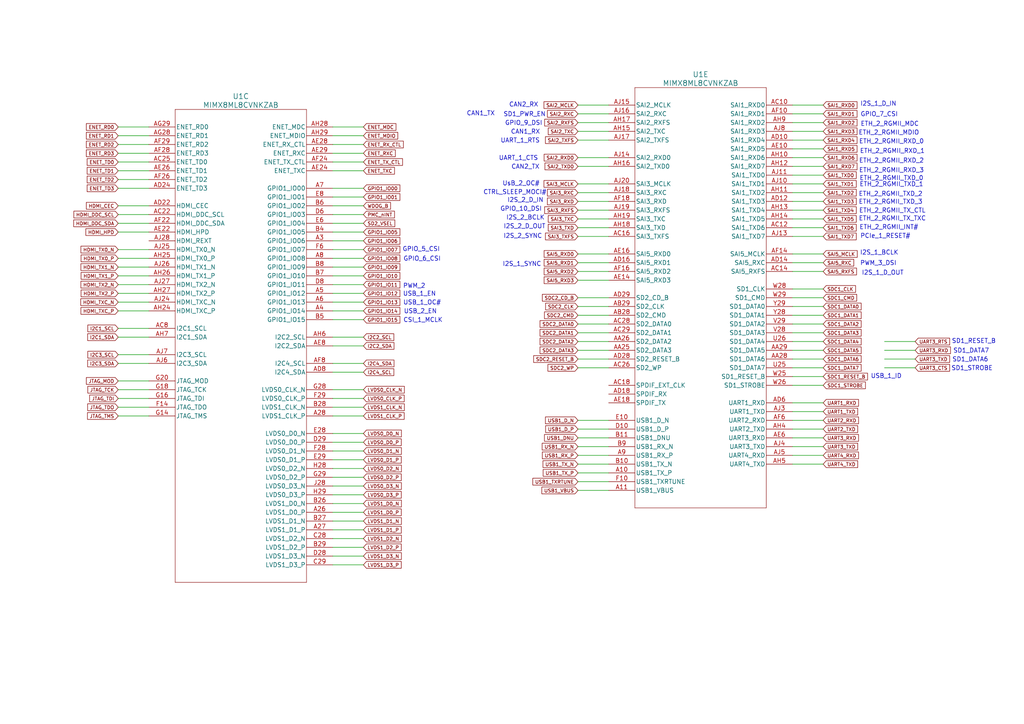
<source format=kicad_sch>
(kicad_sch (version 20250114) (generator "eeschema") (generator_version "9.0")
  (paper "A4")
  (text "CSI_1_MCLK" (at 122.682 92.964 0) (effects (font (size 1.27 1.27))))
  (text "ETH_2_RGMII_TXD_2" (at 258.318 56.388 0) (effects (font (size 1.27 1.27))))
  (text "I2S_1_BCLK" (at 255.016 73.406 0) (effects (font (size 1.27 1.27))))
  (text "SD1_DATA6" (at 281.432 104.394 0) (effects (font (size 1.27 1.27))))
  (text "CAN2_RX" (at 151.892 30.48 0) (effects (font (size 1.27 1.27))))
  (text "CAN2_TX" (at 152.4 48.514 0) (effects (font (size 1.27 1.27))))
  (text "SD1_STROBE" (at 281.94 106.934 0) (effects (font (size 1.27 1.27))))
  (text "I2S_2_SYNC" (at 151.638 68.58 0) (effects (font (size 1.27 1.27))))
  (text "PWM_3_DSI" (at 254.762 76.454 0) (effects (font (size 1.27 1.27))))
  (text "GPIO_5_CSI" (at 122.174 72.39 0) (effects (font (size 1.27 1.27))))
  (text "PCIe_1_RESET#" (at 256.794 68.58 0) (effects (font (size 1.27 1.27))))
  (text "ETH_2_RGMII_INT#" (at 257.81 66.04 0) (effects (font (size 1.27 1.27))))
  (text "ETH_2_RGMII_RXD_0" (at 258.572 41.148 0) (effects (font (size 1.27 1.27))))
  (text "ETH_2_RGMII_RXD_2\n" (at 258.572 46.736 0) (effects (font (size 1.27 1.27))))
  (text "UART_1_CTS" (at 150.368 45.974 0) (effects (font (size 1.27 1.27))))
  (text "ETH_2_RGMII_TXD_3" (at 258.318 58.674 0) (effects (font (size 1.27 1.27))))
  (text "SD1_RESET_B" (at 282.448 99.06 0) (effects (font (size 1.27 1.27))))
  (text "ETH_2_RGMII_TX_TXC" (at 258.826 63.5 0) (effects (font (size 1.27 1.27))))
  (text "UART_1_RTS" (at 150.876 40.894 0) (effects (font (size 1.27 1.27))))
  (text "CAN1_RX" (at 152.4 38.354 0) (effects (font (size 1.27 1.27))))
  (text "ETH_2_RGMII_MDIO" (at 257.81 38.608 0) (effects (font (size 1.27 1.27))))
  (text "GPIO_6_CSI" (at 122.428 75.184 0) (effects (font (size 1.27 1.27))))
  (text "PWM_2" (at 120.142 83.058 0) (effects (font (size 1.27 1.27))))
  (text "I2S_1_D_OUT" (at 256.032 79.248 0) (effects (font (size 1.27 1.27))))
  (text "I2S_1_D_IN" (at 254.762 30.226 0) (effects (font (size 1.27 1.27))))
  (text "USB_1_OC#" (at 122.428 87.884 0) (effects (font (size 1.27 1.27))))
  (text "GPIO_10_DSI" (at 151.13 60.706 0) (effects (font (size 1.27 1.27))))
  (text "ETH_2_RGMII_TX_CTL" (at 258.826 61.214 0) (effects (font (size 1.27 1.27))))
  (text "SD1_PWR_EN" (at 152.146 33.274 0) (effects (font (size 1.27 1.27))))
  (text "ETH_2_RGMII_MDC" (at 258.064 36.068 0) (effects (font (size 1.27 1.27))))
  (text "GPIO_9_DSI" (at 151.892 35.814 0) (effects (font (size 1.27 1.27))))
  (text "CAN1_TX" (at 139.446 33.02 0) (effects (font (size 1.27 1.27))))
  (text "ETH_2_RGMII_TXD_0" (at 258.572 51.816 0) (effects (font (size 1.27 1.27))))
  (text "I2S_1_SYNC" (at 151.384 76.708 0) (effects (font (size 1.27 1.27))))
  (text "CTRL_SLEEP_MOCI#" (at 149.352 55.88 0) (effects (font (size 1.27 1.27))))
  (text "USB_1_EN" (at 121.666 85.344 0) (effects (font (size 1.27 1.27))))
  (text "ETH_2_RGMII_RXD_1" (at 258.826 43.942 0) (effects (font (size 1.27 1.27))))
  (text "UsB_2_OC#" (at 151.13 53.34 0) (effects (font (size 1.27 1.27))))
  (text "USB_2_EN" (at 121.92 90.424 0) (effects (font (size 1.27 1.27))))
  (text "ETH_2_RGMII_RXD_3" (at 258.572 49.53 0) (effects (font (size 1.27 1.27))))
  (text "USB_1_ID" (at 257.048 109.22 0) (effects (font (size 1.27 1.27))))
  (text "ETH_2_RGMII_TXD_1" (at 258.572 53.594 0) (effects (font (size 1.27 1.27))))
  (text "SD1_DATA7" (at 281.686 101.854 0) (effects (font (size 1.27 1.27))))
  (text "GPIO_7_CSI" (at 255.016 33.274 0) (effects (font (size 1.27 1.27))))
  (text "I2S_2_BCLK" (at 152.4 63.246 0) (effects (font (size 1.27 1.27))))
  (text "I2S_2_D_IN" (at 152.4 58.166 0) (effects (font (size 1.27 1.27))))
  (text "I2S_2_D_OUT" (at 152.146 65.786 0) (effects (font (size 1.27 1.27))))
  (wire (pts (xy 176.53 142.24) (xy 167.64 142.24)))
  (wire (pts (xy 43.18 59.69) (xy 34.29 59.69)))
  (wire (pts (xy 96.52 85.09) (xy 105.41 85.09)))
  (wire (pts (xy 43.18 97.79) (xy 34.29 97.79)))
  (wire (pts (xy 43.18 52.07) (xy 34.29 52.07)))
  (wire (pts (xy 96.52 138.43) (xy 105.41 138.43)))
  (wire (pts (xy 229.87 104.14) (xy 238.76 104.14)))
  (wire (pts (xy 43.18 102.87) (xy 34.29 102.87)))
  (wire (pts (xy 229.87 127) (xy 238.76 127)))
  (wire (pts (xy 96.52 133.35) (xy 105.41 133.35)))
  (wire (pts (xy 43.18 85.09) (xy 34.29 85.09)))
  (wire (pts (xy 96.52 156.21) (xy 105.41 156.21)))
  (wire (pts (xy 96.52 151.13) (xy 105.41 151.13)))
  (wire (pts (xy 43.18 74.93) (xy 34.29 74.93)))
  (wire (pts (xy 229.87 40.64) (xy 238.76 40.64)))
  (wire (pts (xy 229.87 58.42) (xy 238.76 58.42)))
  (wire (pts (xy 43.18 110.49) (xy 34.29 110.49)))
  (wire (pts (xy 96.52 59.69) (xy 105.41 59.69)))
  (wire (pts (xy 43.18 118.11) (xy 34.29 118.11)))
  (wire (pts (xy 96.52 57.15) (xy 105.41 57.15)))
  (wire (pts (xy 96.52 77.47) (xy 105.41 77.47)))
  (wire (pts (xy 176.53 121.92) (xy 167.64 121.92)))
  (wire (pts (xy 96.52 64.77) (xy 105.41 64.77)))
  (wire (pts (xy 96.52 153.67) (xy 105.41 153.67)))
  (wire (pts (xy 229.87 68.58) (xy 238.76 68.58)))
  (wire (pts (xy 176.53 63.5) (xy 167.64 63.5)))
  (wire (pts (xy 96.52 87.63) (xy 105.41 87.63)))
  (wire (pts (xy 96.52 163.83) (xy 105.41 163.83)))
  (wire (pts (xy 176.53 66.04) (xy 167.64 66.04)))
  (wire (pts (xy 229.87 99.06) (xy 238.76 99.06)))
  (wire (pts (xy 229.87 35.56) (xy 238.76 35.56)))
  (wire (pts (xy 43.18 62.23) (xy 34.29 62.23)))
  (wire (pts (xy 43.18 49.53) (xy 34.29 49.53)))
  (wire (pts (xy 43.18 36.83) (xy 34.29 36.83)))
  (wire (pts (xy 96.52 105.41) (xy 105.41 105.41)))
  (wire (pts (xy 43.18 46.99) (xy 34.29 46.99)))
  (wire (pts (xy 176.53 81.28) (xy 167.64 81.28)))
  (wire (pts (xy 176.53 129.54) (xy 167.64 129.54)))
  (wire (pts (xy 229.87 45.72) (xy 238.76 45.72)))
  (wire (pts (xy 176.53 78.74) (xy 167.64 78.74)))
  (wire (pts (xy 229.87 124.46) (xy 238.76 124.46)))
  (wire (pts (xy 96.52 97.79) (xy 105.41 97.79)))
  (wire (pts (xy 96.52 140.97) (xy 105.41 140.97)))
  (wire (pts (xy 96.52 118.11) (xy 105.41 118.11)))
  (wire (pts (xy 96.52 146.05) (xy 105.41 146.05)))
  (wire (pts (xy 43.18 120.65) (xy 34.29 120.65)))
  (wire (pts (xy 43.18 80.01) (xy 34.29 80.01)))
  (wire (pts (xy 229.87 66.04) (xy 238.76 66.04)))
  (wire (pts (xy 176.53 35.56) (xy 167.64 35.56)))
  (wire (pts (xy 229.87 106.68) (xy 238.76 106.68)))
  (wire (pts (xy 229.87 43.18) (xy 238.76 43.18)))
  (wire (pts (xy 229.87 132.08) (xy 238.76 132.08)))
  (wire (pts (xy 96.52 39.37) (xy 105.41 39.37)))
  (wire (pts (xy 96.52 130.81) (xy 105.41 130.81)))
  (wire (pts (xy 96.52 148.59) (xy 105.41 148.59)))
  (wire (pts (xy 43.18 39.37) (xy 34.29 39.37)))
  (wire (pts (xy 229.87 93.98) (xy 238.76 93.98)))
  (wire (pts (xy 256.54 104.14) (xy 265.43 104.14)))
  (wire (pts (xy 176.53 30.48) (xy 167.64 30.48)))
  (wire (pts (xy 96.52 90.17) (xy 105.41 90.17)))
  (wire (pts (xy 176.53 68.58) (xy 167.64 68.58)))
  (wire (pts (xy 256.54 106.68) (xy 265.43 106.68)))
  (wire (pts (xy 96.52 92.71) (xy 105.41 92.71)))
  (wire (pts (xy 43.18 67.31) (xy 34.29 67.31)))
  (wire (pts (xy 96.52 44.45) (xy 105.41 44.45)))
  (wire (pts (xy 229.87 121.92) (xy 238.76 121.92)))
  (wire (pts (xy 229.87 48.26) (xy 238.76 48.26)))
  (wire (pts (xy 96.52 135.89) (xy 105.41 135.89)))
  (wire (pts (xy 96.52 80.01) (xy 105.41 80.01)))
  (wire (pts (xy 229.87 111.76) (xy 238.76 111.76)))
  (wire (pts (xy 43.18 95.25) (xy 34.29 95.25)))
  (wire (pts (xy 176.53 48.26) (xy 167.64 48.26)))
  (wire (pts (xy 43.18 64.77) (xy 34.29 64.77)))
  (wire (pts (xy 96.52 161.29) (xy 105.41 161.29)))
  (wire (pts (xy 96.52 125.73) (xy 105.41 125.73)))
  (wire (pts (xy 229.87 60.96) (xy 238.76 60.96)))
  (wire (pts (xy 43.18 77.47) (xy 34.29 77.47)))
  (wire (pts (xy 96.52 143.51) (xy 105.41 143.51)))
  (wire (pts (xy 96.52 67.31) (xy 105.41 67.31)))
  (wire (pts (xy 176.53 93.98) (xy 167.64 93.98)))
  (wire (pts (xy 176.53 106.68) (xy 167.64 106.68)))
  (wire (pts (xy 229.87 78.74) (xy 238.76 78.74)))
  (wire (pts (xy 176.53 137.16) (xy 167.64 137.16)))
  (wire (pts (xy 96.52 115.57) (xy 105.41 115.57)))
  (wire (pts (xy 176.53 139.7) (xy 167.64 139.7)))
  (wire (pts (xy 43.18 41.91) (xy 34.29 41.91)))
  (wire (pts (xy 96.52 69.85) (xy 105.41 69.85)))
  (wire (pts (xy 229.87 129.54) (xy 238.76 129.54)))
  (wire (pts (xy 96.52 54.61) (xy 105.41 54.61)))
  (wire (pts (xy 43.18 105.41) (xy 34.29 105.41)))
  (wire (pts (xy 96.52 74.93) (xy 105.41 74.93)))
  (wire (pts (xy 229.87 134.62) (xy 238.76 134.62)))
  (wire (pts (xy 229.87 73.66) (xy 238.76 73.66)))
  (wire (pts (xy 229.87 91.44) (xy 238.76 91.44)))
  (wire (pts (xy 96.52 62.23) (xy 105.41 62.23)))
  (wire (pts (xy 96.52 82.55) (xy 105.41 82.55)))
  (wire (pts (xy 256.54 101.6) (xy 265.43 101.6)))
  (wire (pts (xy 176.53 91.44) (xy 167.64 91.44)))
  (wire (pts (xy 229.87 101.6) (xy 238.76 101.6)))
  (wire (pts (xy 176.53 88.9) (xy 167.64 88.9)))
  (wire (pts (xy 229.87 63.5) (xy 238.76 63.5)))
  (wire (pts (xy 176.53 38.1) (xy 167.64 38.1)))
  (wire (pts (xy 176.53 58.42) (xy 167.64 58.42)))
  (wire (pts (xy 176.53 76.2) (xy 167.64 76.2)))
  (wire (pts (xy 96.52 128.27) (xy 105.41 128.27)))
  (wire (pts (xy 96.52 100.33) (xy 105.41 100.33)))
  (wire (pts (xy 176.53 99.06) (xy 167.64 99.06)))
  (wire (pts (xy 43.18 90.17) (xy 34.29 90.17)))
  (wire (pts (xy 176.53 60.96) (xy 167.64 60.96)))
  (wire (pts (xy 43.18 115.57) (xy 34.29 115.57)))
  (wire (pts (xy 176.53 86.36) (xy 167.64 86.36)))
  (wire (pts (xy 176.53 127) (xy 167.64 127)))
  (wire (pts (xy 176.53 134.62) (xy 167.64 134.62)))
  (wire (pts (xy 43.18 113.03) (xy 34.29 113.03)))
  (wire (pts (xy 176.53 104.14) (xy 167.64 104.14)))
  (wire (pts (xy 229.87 86.36) (xy 238.76 86.36)))
  (wire (pts (xy 43.18 54.61) (xy 34.29 54.61)))
  (wire (pts (xy 229.87 116.84) (xy 238.76 116.84)))
  (wire (pts (xy 176.53 55.88) (xy 167.64 55.88)))
  (wire (pts (xy 176.53 40.64) (xy 167.64 40.64)))
  (wire (pts (xy 176.53 53.34) (xy 167.64 53.34)))
  (wire (pts (xy 43.18 72.39) (xy 34.29 72.39)))
  (wire (pts (xy 43.18 44.45) (xy 34.29 44.45)))
  (wire (pts (xy 176.53 96.52) (xy 167.64 96.52)))
  (wire (pts (xy 229.87 76.2) (xy 238.76 76.2)))
  (wire (pts (xy 229.87 50.8) (xy 238.76 50.8)))
  (wire (pts (xy 229.87 83.82) (xy 238.76 83.82)))
  (wire (pts (xy 96.52 72.39) (xy 105.41 72.39)))
  (wire (pts (xy 96.52 46.99) (xy 105.41 46.99)))
  (wire (pts (xy 96.52 107.95) (xy 105.41 107.95)))
  (wire (pts (xy 96.52 36.83) (xy 105.41 36.83)))
  (wire (pts (xy 43.18 87.63) (xy 34.29 87.63)))
  (wire (pts (xy 229.87 96.52) (xy 238.76 96.52)))
  (wire (pts (xy 96.52 41.91) (xy 105.41 41.91)))
  (wire (pts (xy 229.87 55.88) (xy 238.76 55.88)))
  (wire (pts (xy 176.53 124.46) (xy 167.64 124.46)))
  (wire (pts (xy 96.52 113.03) (xy 105.41 113.03)))
  (wire (pts (xy 229.87 119.38) (xy 238.76 119.38)))
  (wire (pts (xy 176.53 73.66) (xy 167.64 73.66)))
  (wire (pts (xy 176.53 132.08) (xy 167.64 132.08)))
  (wire (pts (xy 176.53 33.02) (xy 167.64 33.02)))
  (wire (pts (xy 229.87 30.48) (xy 238.76 30.48)))
  (wire (pts (xy 96.52 158.75) (xy 105.41 158.75)))
  (wire (pts (xy 176.53 45.72) (xy 167.64 45.72)))
  (wire (pts (xy 229.87 53.34) (xy 238.76 53.34)))
  (wire (pts (xy 96.52 49.53) (xy 105.41 49.53)))
  (wire (pts (xy 229.87 88.9) (xy 238.76 88.9)))
  (wire (pts (xy 256.54 99.06) (xy 265.43 99.06)))
  (wire (pts (xy 229.87 109.22) (xy 238.76 109.22)))
  (wire (pts (xy 229.87 33.02) (xy 238.76 33.02)))
  (wire (pts (xy 96.52 120.65) (xy 105.41 120.65)))
  (wire (pts (xy 43.18 82.55) (xy 34.29 82.55)))
  (wire (pts (xy 176.53 101.6) (xy 167.64 101.6)))
  (wire (pts (xy 229.87 38.1) (xy 238.76 38.1)))
  (global_label "SDC1_DATA7" (shape input) (at 238.76 106.68 0) (effects (font (size 1 1))) (property "Intersheetrefs" "${INTERSHEET_REFS}" (effects (hide yes))))
  (global_label "USB1_TX_P" (shape input) (at 167.64 137.16 180) (effects (font (size 1 1))) (property "Intersheetrefs" "${INTERSHEET_REFS}" (effects (hide yes))))
  (global_label "GPIO1_IO12" (shape input) (at 105.41 85.09 0) (effects (font (size 1 1))) (property "Intersheetrefs" "${INTERSHEET_REFS}" (effects (hide yes))))
  (global_label "SAI5_RXC" (shape input) (at 238.76 76.2 0) (effects (font (size 1 1))) (property "Intersheetrefs" "${INTERSHEET_REFS}" (effects (hide yes))))
  (global_label "I2C1_SDA" (shape input) (at 34.29 97.79 180) (effects (font (size 1 1))) (property "Intersheetrefs" "${INTERSHEET_REFS}" (effects (hide yes))))
  (global_label "LVDS0_CLK_P" (shape input) (at 105.41 115.57 0) (effects (font (size 1 1))) (property "Intersheetrefs" "${INTERSHEET_REFS}" (effects (hide yes))))
  (global_label "GPIO1_IO11" (shape input) (at 105.41 82.55 0) (effects (font (size 1 1))) (property "Intersheetrefs" "${INTERSHEET_REFS}" (effects (hide yes))))
  (global_label "SAI1_TXD6" (shape input) (at 238.76 66.04 0) (effects (font (size 1 1))) (property "Intersheetrefs" "${INTERSHEET_REFS}" (effects (hide yes))))
  (global_label "SAI1_TXD4" (shape input) (at 238.76 60.96 0) (effects (font (size 1 1))) (property "Intersheetrefs" "${INTERSHEET_REFS}" (effects (hide yes))))
  (global_label "SAI3_MCLK" (shape input) (at 167.64 53.34 180) (effects (font (size 1 1))) (property "Intersheetrefs" "${INTERSHEET_REFS}" (effects (hide yes))))
  (global_label "SAI1_RXD7" (shape input) (at 238.76 48.26 0) (effects (font (size 1 1))) (property "Intersheetrefs" "${INTERSHEET_REFS}" (effects (hide yes))))
  (global_label "USB1_D_N" (shape input) (at 167.64 121.92 180) (effects (font (size 1 1))) (property "Intersheetrefs" "${INTERSHEET_REFS}" (effects (hide yes))))
  (global_label "UART4_RXD" (shape input) (at 238.76 132.08 0) (effects (font (size 1 1))) (property "Intersheetrefs" "${INTERSHEET_REFS}" (effects (hide yes))))
  (global_label "GPIO1_IO01" (shape input) (at 105.41 57.15 0) (effects (font (size 1 1))) (property "Intersheetrefs" "${INTERSHEET_REFS}" (effects (hide yes))))
  (global_label "SAI2_RXC" (shape input) (at 167.64 33.02 180) (effects (font (size 1 1))) (property "Intersheetrefs" "${INTERSHEET_REFS}" (effects (hide yes))))
  (global_label "LVDS1_D1_P" (shape input) (at 105.41 153.67 0) (effects (font (size 1 1))) (property "Intersheetrefs" "${INTERSHEET_REFS}" (effects (hide yes))))
  (global_label "SAI5_RXD1" (shape input) (at 167.64 76.2 180) (effects (font (size 1 1))) (property "Intersheetrefs" "${INTERSHEET_REFS}" (effects (hide yes))))
  (global_label "GPIO1_IO14" (shape input) (at 105.41 90.17 0) (effects (font (size 1 1))) (property "Intersheetrefs" "${INTERSHEET_REFS}" (effects (hide yes))))
  (global_label "LVDS1_D0_P" (shape input) (at 105.41 148.59 0) (effects (font (size 1 1))) (property "Intersheetrefs" "${INTERSHEET_REFS}" (effects (hide yes))))
  (global_label "SDC2_DATA1" (shape input) (at 167.64 96.52 180) (effects (font (size 1 1))) (property "Intersheetrefs" "${INTERSHEET_REFS}" (effects (hide yes))))
  (global_label "LVDS1_D0_N" (shape input) (at 105.41 146.05 0) (effects (font (size 1 1))) (property "Intersheetrefs" "${INTERSHEET_REFS}" (effects (hide yes))))
  (global_label "UART3_CTS" (shape input) (at 265.43 106.68 0) (effects (font (size 1 1))) (property "Intersheetrefs" "${INTERSHEET_REFS}" (effects (hide yes))))
  (global_label "SD2_VSEL" (shape input) (at 105.41 64.77 0) (effects (font (size 1 1))) (property "Intersheetrefs" "${INTERSHEET_REFS}" (effects (hide yes))))
  (global_label "SAI1_TXD2" (shape input) (at 238.76 55.88 0) (effects (font (size 1 1))) (property "Intersheetrefs" "${INTERSHEET_REFS}" (effects (hide yes))))
  (global_label "ENET_TD2" (shape input) (at 34.29 52.07 180) (effects (font (size 1 1))) (property "Intersheetrefs" "${INTERSHEET_REFS}" (effects (hide yes))))
  (global_label "LVDS1_CLK_P" (shape input) (at 105.41 120.65 0) (effects (font (size 1 1))) (property "Intersheetrefs" "${INTERSHEET_REFS}" (effects (hide yes))))
  (global_label "HDMI_TX0_N" (shape input) (at 34.29 72.39 180) (effects (font (size 1 1))) (property "Intersheetrefs" "${INTERSHEET_REFS}" (effects (hide yes))))
  (global_label "ENET_TD0" (shape input) (at 34.29 46.99 180) (effects (font (size 1 1))) (property "Intersheetrefs" "${INTERSHEET_REFS}" (effects (hide yes))))
  (global_label "SDC1_CMD" (shape input) (at 238.76 86.36 0) (effects (font (size 1 1))) (property "Intersheetrefs" "${INTERSHEET_REFS}" (effects (hide yes))))
  (global_label "GPIO1_IO13" (shape input) (at 105.41 87.63 0) (effects (font (size 1 1))) (property "Intersheetrefs" "${INTERSHEET_REFS}" (effects (hide yes))))
  (global_label "LVDS1_D1_N" (shape input) (at 105.41 151.13 0) (effects (font (size 1 1))) (property "Intersheetrefs" "${INTERSHEET_REFS}" (effects (hide yes))))
  (global_label "SDC2_DATA2" (shape input) (at 167.64 99.06 180) (effects (font (size 1 1))) (property "Intersheetrefs" "${INTERSHEET_REFS}" (effects (hide yes))))
  (global_label "HDMI_DDC_SCL" (shape input) (at 34.29 62.23 180) (effects (font (size 1 1))) (property "Intersheetrefs" "${INTERSHEET_REFS}" (effects (hide yes))))
  (global_label "SDC2_CMD" (shape input) (at 167.64 91.44 180) (effects (font (size 1 1))) (property "Intersheetrefs" "${INTERSHEET_REFS}" (effects (hide yes))))
  (global_label "ENET_RD1" (shape input) (at 34.29 39.37 180) (effects (font (size 1 1))) (property "Intersheetrefs" "${INTERSHEET_REFS}" (effects (hide yes))))
  (global_label "SDC1_DATA6" (shape input) (at 238.76 104.14 0) (effects (font (size 1 1))) (property "Intersheetrefs" "${INTERSHEET_REFS}" (effects (hide yes))))
  (global_label "LVDS1_D3_P" (shape input) (at 105.41 163.83 0) (effects (font (size 1 1))) (property "Intersheetrefs" "${INTERSHEET_REFS}" (effects (hide yes))))
  (global_label "LVDS0_CLK_N" (shape input) (at 105.41 113.03 0) (effects (font (size 1 1))) (property "Intersheetrefs" "${INTERSHEET_REFS}" (effects (hide yes))))
  (global_label "USB1_D_P" (shape input) (at 167.64 124.46 180) (effects (font (size 1 1))) (property "Intersheetrefs" "${INTERSHEET_REFS}" (effects (hide yes))))
  (global_label "UART3_TXD" (shape input) (at 238.76 129.54 0) (effects (font (size 1 1))) (property "Intersheetrefs" "${INTERSHEET_REFS}" (effects (hide yes))))
  (global_label "UART3_RXD" (shape input) (at 265.43 101.6 0) (effects (font (size 1 1))) (property "Intersheetrefs" "${INTERSHEET_REFS}" (effects (hide yes))))
  (global_label "SAI1_RXD5" (shape input) (at 238.76 43.18 0) (effects (font (size 1 1))) (property "Intersheetrefs" "${INTERSHEET_REFS}" (effects (hide yes))))
  (global_label "JTAG_TDI" (shape input) (at 34.29 115.57 180) (effects (font (size 1 1))) (property "Intersheetrefs" "${INTERSHEET_REFS}" (effects (hide yes))))
  (global_label "SDC1_DATA1" (shape input) (at 238.76 91.44 0) (effects (font (size 1 1))) (property "Intersheetrefs" "${INTERSHEET_REFS}" (effects (hide yes))))
  (global_label "GPIO1_IO08" (shape input) (at 105.41 74.93 0) (effects (font (size 1 1))) (property "Intersheetrefs" "${INTERSHEET_REFS}" (effects (hide yes))))
  (global_label "HDMI_CEC" (shape input) (at 34.29 59.69 180) (effects (font (size 1 1))) (property "Intersheetrefs" "${INTERSHEET_REFS}" (effects (hide yes))))
  (global_label "SAI1_RXD1" (shape input) (at 238.76 33.02 0) (effects (font (size 1 1))) (property "Intersheetrefs" "${INTERSHEET_REFS}" (effects (hide yes))))
  (global_label "SDC2_CD_B" (shape input) (at 167.64 86.36 180) (effects (font (size 1 1))) (property "Intersheetrefs" "${INTERSHEET_REFS}" (effects (hide yes))))
  (global_label "SAI3_TXFS" (shape input) (at 167.64 68.58 180) (effects (font (size 1 1))) (property "Intersheetrefs" "${INTERSHEET_REFS}" (effects (hide yes))))
  (global_label "GPIO1_IO15" (shape input) (at 105.41 92.71 0) (effects (font (size 1 1))) (property "Intersheetrefs" "${INTERSHEET_REFS}" (effects (hide yes))))
  (global_label "SAI2_TXFS" (shape input) (at 167.64 40.64 180) (effects (font (size 1 1))) (property "Intersheetrefs" "${INTERSHEET_REFS}" (effects (hide yes))))
  (global_label "UART4_TXD" (shape input) (at 238.76 134.62 0) (effects (font (size 1 1))) (property "Intersheetrefs" "${INTERSHEET_REFS}" (effects (hide yes))))
  (global_label "ENET_RD0" (shape input) (at 34.29 36.83 180) (effects (font (size 1 1))) (property "Intersheetrefs" "${INTERSHEET_REFS}" (effects (hide yes))))
  (global_label "UART2_TXD" (shape input) (at 238.76 124.46 0) (effects (font (size 1 1))) (property "Intersheetrefs" "${INTERSHEET_REFS}" (effects (hide yes))))
  (global_label "I2C4_SDA" (shape input) (at 105.41 105.41 0) (effects (font (size 1 1))) (property "Intersheetrefs" "${INTERSHEET_REFS}" (effects (hide yes))))
  (global_label "SAI1_RXD2" (shape input) (at 238.76 35.56 0) (effects (font (size 1 1))) (property "Intersheetrefs" "${INTERSHEET_REFS}" (effects (hide yes))))
  (global_label "HDMI_TXC_P" (shape input) (at 34.29 90.17 180) (effects (font (size 1 1))) (property "Intersheetrefs" "${INTERSHEET_REFS}" (effects (hide yes))))
  (global_label "SAI3_TXC" (shape input) (at 167.64 63.5 180) (effects (font (size 1 1))) (property "Intersheetrefs" "${INTERSHEET_REFS}" (effects (hide yes))))
  (global_label "PMC_nINT" (shape input) (at 105.41 62.23 0) (effects (font (size 1 1))) (property "Intersheetrefs" "${INTERSHEET_REFS}" (effects (hide yes))))
  (global_label "SAI3_TXD" (shape input) (at 167.64 66.04 180) (effects (font (size 1 1))) (property "Intersheetrefs" "${INTERSHEET_REFS}" (effects (hide yes))))
  (global_label "SDC2_WP" (shape input) (at 167.64 106.68 180) (effects (font (size 1 1))) (property "Intersheetrefs" "${INTERSHEET_REFS}" (effects (hide yes))))
  (global_label "LVDS0_D0_N" (shape input) (at 105.41 125.73 0) (effects (font (size 1 1))) (property "Intersheetrefs" "${INTERSHEET_REFS}" (effects (hide yes))))
  (global_label "LVDS0_D1_P" (shape input) (at 105.41 133.35 0) (effects (font (size 1 1))) (property "Intersheetrefs" "${INTERSHEET_REFS}" (effects (hide yes))))
  (global_label "UART3_RXD" (shape input) (at 238.76 127 0) (effects (font (size 1 1))) (property "Intersheetrefs" "${INTERSHEET_REFS}" (effects (hide yes))))
  (global_label "SAI3_RXFS" (shape input) (at 167.64 60.96 180) (effects (font (size 1 1))) (property "Intersheetrefs" "${INTERSHEET_REFS}" (effects (hide yes))))
  (global_label "UART1_RXD" (shape input) (at 238.76 116.84 0) (effects (font (size 1 1))) (property "Intersheetrefs" "${INTERSHEET_REFS}" (effects (hide yes))))
  (global_label "GPIO1_IO09" (shape input) (at 105.41 77.47 0) (effects (font (size 1 1))) (property "Intersheetrefs" "${INTERSHEET_REFS}" (effects (hide yes))))
  (global_label "SAI1_TXD3" (shape input) (at 238.76 58.42 0) (effects (font (size 1 1))) (property "Intersheetrefs" "${INTERSHEET_REFS}" (effects (hide yes))))
  (global_label "GPIO1_IO10" (shape input) (at 105.41 80.01 0) (effects (font (size 1 1))) (property "Intersheetrefs" "${INTERSHEET_REFS}" (effects (hide yes))))
  (global_label "SAI5_RXD0" (shape input) (at 167.64 73.66 180) (effects (font (size 1 1))) (property "Intersheetrefs" "${INTERSHEET_REFS}" (effects (hide yes))))
  (global_label "SAI1_TXD5" (shape input) (at 238.76 63.5 0) (effects (font (size 1 1))) (property "Intersheetrefs" "${INTERSHEET_REFS}" (effects (hide yes))))
  (global_label "LVDS1_D2_P" (shape input) (at 105.41 158.75 0) (effects (font (size 1 1))) (property "Intersheetrefs" "${INTERSHEET_REFS}" (effects (hide yes))))
  (global_label "SAI1_TXD7" (shape input) (at 238.76 68.58 0) (effects (font (size 1 1))) (property "Intersheetrefs" "${INTERSHEET_REFS}" (effects (hide yes))))
  (global_label "GPIO1_IO00" (shape input) (at 105.41 54.61 0) (effects (font (size 1 1))) (property "Intersheetrefs" "${INTERSHEET_REFS}" (effects (hide yes))))
  (global_label "SAI1_TXD1" (shape input) (at 238.76 53.34 0) (effects (font (size 1 1))) (property "Intersheetrefs" "${INTERSHEET_REFS}" (effects (hide yes))))
  (global_label "SAI2_MCLK" (shape input) (at 167.64 30.48 180) (effects (font (size 1 1))) (property "Intersheetrefs" "${INTERSHEET_REFS}" (effects (hide yes))))
  (global_label "ENET_TXC" (shape input) (at 105.41 49.53 0) (effects (font (size 1 1))) (property "Intersheetrefs" "${INTERSHEET_REFS}" (effects (hide yes))))
  (global_label "SDC1_DATA3" (shape input) (at 238.76 96.52 0) (effects (font (size 1 1))) (property "Intersheetrefs" "${INTERSHEET_REFS}" (effects (hide yes))))
  (global_label "USB1_TX_N" (shape input) (at 167.64 134.62 180) (effects (font (size 1 1))) (property "Intersheetrefs" "${INTERSHEET_REFS}" (effects (hide yes))))
  (global_label "I2C2_SDA" (shape input) (at 105.41 100.33 0) (effects (font (size 1 1))) (property "Intersheetrefs" "${INTERSHEET_REFS}" (effects (hide yes))))
  (global_label "GPIO1_IO06" (shape input) (at 105.41 69.85 0) (effects (font (size 1 1))) (property "Intersheetrefs" "${INTERSHEET_REFS}" (effects (hide yes))))
  (global_label "JTAG_TMS" (shape input) (at 34.29 120.65 180) (effects (font (size 1 1))) (property "Intersheetrefs" "${INTERSHEET_REFS}" (effects (hide yes))))
  (global_label "LVDS0_D3_N" (shape input) (at 105.41 140.97 0) (effects (font (size 1 1))) (property "Intersheetrefs" "${INTERSHEET_REFS}" (effects (hide yes))))
  (global_label "SAI2_TXC" (shape input) (at 167.64 38.1 180) (effects (font (size 1 1))) (property "Intersheetrefs" "${INTERSHEET_REFS}" (effects (hide yes))))
  (global_label "SAI5_RXD2" (shape input) (at 167.64 78.74 180) (effects (font (size 1 1))) (property "Intersheetrefs" "${INTERSHEET_REFS}" (effects (hide yes))))
  (global_label "USB1_RX_P" (shape input) (at 167.64 132.08 180) (effects (font (size 1 1))) (property "Intersheetrefs" "${INTERSHEET_REFS}" (effects (hide yes))))
  (global_label "ENET_RD2" (shape input) (at 34.29 41.91 180) (effects (font (size 1 1))) (property "Intersheetrefs" "${INTERSHEET_REFS}" (effects (hide yes))))
  (global_label "SDC1_DATA2" (shape input) (at 238.76 93.98 0) (effects (font (size 1 1))) (property "Intersheetrefs" "${INTERSHEET_REFS}" (effects (hide yes))))
  (global_label "LVDS0_D2_P" (shape input) (at 105.41 138.43 0) (effects (font (size 1 1))) (property "Intersheetrefs" "${INTERSHEET_REFS}" (effects (hide yes))))
  (global_label "SAI5_MCLK" (shape input) (at 238.76 73.66 0) (effects (font (size 1 1))) (property "Intersheetrefs" "${INTERSHEET_REFS}" (effects (hide yes))))
  (global_label "LVDS0_D3_P" (shape input) (at 105.41 143.51 0) (effects (font (size 1 1))) (property "Intersheetrefs" "${INTERSHEET_REFS}" (effects (hide yes))))
  (global_label "ENET_MDC" (shape input) (at 105.41 36.83 0) (effects (font (size 1 1))) (property "Intersheetrefs" "${INTERSHEET_REFS}" (effects (hide yes))))
  (global_label "I2C3_SDA" (shape input) (at 34.29 105.41 180) (effects (font (size 1 1))) (property "Intersheetrefs" "${INTERSHEET_REFS}" (effects (hide yes))))
  (global_label "HDMI_TX0_P" (shape input) (at 34.29 74.93 180) (effects (font (size 1 1))) (property "Intersheetrefs" "${INTERSHEET_REFS}" (effects (hide yes))))
  (global_label "SDC2_CLK" (shape input) (at 167.64 88.9 180) (effects (font (size 1 1))) (property "Intersheetrefs" "${INTERSHEET_REFS}" (effects (hide yes))))
  (global_label "I2C2_SCL" (shape input) (at 105.41 97.79 0) (effects (font (size 1 1))) (property "Intersheetrefs" "${INTERSHEET_REFS}" (effects (hide yes))))
  (global_label "SAI5_RXFS" (shape input) (at 238.76 78.74 0) (effects (font (size 1 1))) (property "Intersheetrefs" "${INTERSHEET_REFS}" (effects (hide yes))))
  (global_label "HDMI_TX1_P" (shape input) (at 34.29 80.01 180) (effects (font (size 1 1))) (property "Intersheetrefs" "${INTERSHEET_REFS}" (effects (hide yes))))
  (global_label "ENET_RXC" (shape input) (at 105.41 44.45 0) (effects (font (size 1 1))) (property "Intersheetrefs" "${INTERSHEET_REFS}" (effects (hide yes))))
  (global_label "JTAG_TCK" (shape input) (at 34.29 113.03 180) (effects (font (size 1 1))) (property "Intersheetrefs" "${INTERSHEET_REFS}" (effects (hide yes))))
  (global_label "SAI5_RXD3" (shape input) (at 167.64 81.28 180) (effects (font (size 1 1))) (property "Intersheetrefs" "${INTERSHEET_REFS}" (effects (hide yes))))
  (global_label "ENET_TX_CTL" (shape input) (at 105.41 46.99 0) (effects (font (size 1 1))) (property "Intersheetrefs" "${INTERSHEET_REFS}" (effects (hide yes))))
  (global_label "HDMI_TX2_P" (shape input) (at 34.29 85.09 180) (effects (font (size 1 1))) (property "Intersheetrefs" "${INTERSHEET_REFS}" (effects (hide yes))))
  (global_label "GPIO1_IO07" (shape input) (at 105.41 72.39 0) (effects (font (size 1 1))) (property "Intersheetrefs" "${INTERSHEET_REFS}" (effects (hide yes))))
  (global_label "ENET_RD3" (shape input) (at 34.29 44.45 180) (effects (font (size 1 1))) (property "Intersheetrefs" "${INTERSHEET_REFS}" (effects (hide yes))))
  (global_label "USB1_RX_N" (shape input) (at 167.64 129.54 180) (effects (font (size 1 1))) (property "Intersheetrefs" "${INTERSHEET_REFS}" (effects (hide yes))))
  (global_label "LVDS1_D3_N" (shape input) (at 105.41 161.29 0) (effects (font (size 1 1))) (property "Intersheetrefs" "${INTERSHEET_REFS}" (effects (hide yes))))
  (global_label "USB1_VBUS" (shape input) (at 167.64 142.24 180) (effects (font (size 1 1))) (property "Intersheetrefs" "${INTERSHEET_REFS}" (effects (hide yes))))
  (global_label "UART2_RXD" (shape input) (at 238.76 121.92 0) (effects (font (size 1 1))) (property "Intersheetrefs" "${INTERSHEET_REFS}" (effects (hide yes))))
  (global_label "SDC2_RESET_B" (shape input) (at 167.64 104.14 180) (effects (font (size 1 1))) (property "Intersheetrefs" "${INTERSHEET_REFS}" (effects (hide yes))))
  (global_label "HDMI_TX2_N" (shape input) (at 34.29 82.55 180) (effects (font (size 1 1))) (property "Intersheetrefs" "${INTERSHEET_REFS}" (effects (hide yes))))
  (global_label "SAI1_TXD0" (shape input) (at 238.76 50.8 0) (effects (font (size 1 1))) (property "Intersheetrefs" "${INTERSHEET_REFS}" (effects (hide yes))))
  (global_label "UART3_TXD" (shape input) (at 265.43 104.14 0) (effects (font (size 1 1))) (property "Intersheetrefs" "${INTERSHEET_REFS}" (effects (hide yes))))
  (global_label "HDMI_TXC_N" (shape input) (at 34.29 87.63 180) (effects (font (size 1 1))) (property "Intersheetrefs" "${INTERSHEET_REFS}" (effects (hide yes))))
  (global_label "ENET_TD3" (shape input) (at 34.29 54.61 180) (effects (font (size 1 1))) (property "Intersheetrefs" "${INTERSHEET_REFS}" (effects (hide yes))))
  (global_label "SDC1_DATA4" (shape input) (at 238.76 99.06 0) (effects (font (size 1 1))) (property "Intersheetrefs" "${INTERSHEET_REFS}" (effects (hide yes))))
  (global_label "LVDS1_D2_N" (shape input) (at 105.41 156.21 0) (effects (font (size 1 1))) (property "Intersheetrefs" "${INTERSHEET_REFS}" (effects (hide yes))))
  (global_label "SDC1_RESET_B" (shape input) (at 238.76 109.22 0) (effects (font (size 1 1))) (property "Intersheetrefs" "${INTERSHEET_REFS}" (effects (hide yes))))
  (global_label "USB1_TXRTUNE" (shape input) (at 167.64 139.7 180) (effects (font (size 1 1))) (property "Intersheetrefs" "${INTERSHEET_REFS}" (effects (hide yes))))
  (global_label "LVDS0_D1_N" (shape input) (at 105.41 130.81 0) (effects (font (size 1 1))) (property "Intersheetrefs" "${INTERSHEET_REFS}" (effects (hide yes))))
  (global_label "I2C3_SCL" (shape input) (at 34.29 102.87 180) (effects (font (size 1 1))) (property "Intersheetrefs" "${INTERSHEET_REFS}" (effects (hide yes))))
  (global_label "ENET_RX_CTL" (shape input) (at 105.41 41.91 0) (effects (font (size 1 1))) (property "Intersheetrefs" "${INTERSHEET_REFS}" (effects (hide yes))))
  (global_label "I2C4_SCL" (shape input) (at 105.41 107.95 0) (effects (font (size 1 1))) (property "Intersheetrefs" "${INTERSHEET_REFS}" (effects (hide yes))))
  (global_label "SAI1_RXD6" (shape input) (at 238.76 45.72 0) (effects (font (size 1 1))) (property "Intersheetrefs" "${INTERSHEET_REFS}" (effects (hide yes))))
  (global_label "ENET_TD1" (shape input) (at 34.29 49.53 180) (effects (font (size 1 1))) (property "Intersheetrefs" "${INTERSHEET_REFS}" (effects (hide yes))))
  (global_label "HDMI_HPD" (shape input) (at 34.29 67.31 180) (effects (font (size 1 1))) (property "Intersheetrefs" "${INTERSHEET_REFS}" (effects (hide yes))))
  (global_label "SAI2_RXFS" (shape input) (at 167.64 35.56 180) (effects (font (size 1 1))) (property "Intersheetrefs" "${INTERSHEET_REFS}" (effects (hide yes))))
  (global_label "JTAG_TDO" (shape input) (at 34.29 118.11 180) (effects (font (size 1 1))) (property "Intersheetrefs" "${INTERSHEET_REFS}" (effects (hide yes))))
  (global_label "SDC1_CLK" (shape input) (at 238.76 83.82 0) (effects (font (size 1 1))) (property "Intersheetrefs" "${INTERSHEET_REFS}" (effects (hide yes))))
  (global_label "USB1_DNU" (shape input) (at 167.64 127 180) (effects (font (size 1 1))) (property "Intersheetrefs" "${INTERSHEET_REFS}" (effects (hide yes))))
  (global_label "ENET_MDIO" (shape input) (at 105.41 39.37 0) (effects (font (size 1 1))) (property "Intersheetrefs" "${INTERSHEET_REFS}" (effects (hide yes))))
  (global_label "SDC2_DATA0" (shape input) (at 167.64 93.98 180) (effects (font (size 1 1))) (property "Intersheetrefs" "${INTERSHEET_REFS}" (effects (hide yes))))
  (global_label "JTAG_MOD" (shape input) (at 34.29 110.49 180) (effects (font (size 1 1))) (property "Intersheetrefs" "${INTERSHEET_REFS}" (effects (hide yes))))
  (global_label "SDC2_DATA3" (shape input) (at 167.64 101.6 180) (effects (font (size 1 1))) (property "Intersheetrefs" "${INTERSHEET_REFS}" (effects (hide yes))))
  (global_label "SAI1_RXD0" (shape input) (at 238.76 30.48 0) (effects (font (size 1 1))) (property "Intersheetrefs" "${INTERSHEET_REFS}" (effects (hide yes))))
  (global_label "HDMI_DDC_SDA" (shape input) (at 34.29 64.77 180) (effects (font (size 1 1))) (property "Intersheetrefs" "${INTERSHEET_REFS}" (effects (hide yes))))
  (global_label "SAI1_RXD4" (shape input) (at 238.76 40.64 0) (effects (font (size 1 1))) (property "Intersheetrefs" "${INTERSHEET_REFS}" (effects (hide yes))))
  (global_label "SDC1_STROBE" (shape input) (at 238.76 111.76 0) (effects (font (size 1 1))) (property "Intersheetrefs" "${INTERSHEET_REFS}" (effects (hide yes))))
  (global_label "I2C1_SCL" (shape input) (at 34.29 95.25 180) (effects (font (size 1 1))) (property "Intersheetrefs" "${INTERSHEET_REFS}" (effects (hide yes))))
  (global_label "SAI2_TXD0" (shape input) (at 167.64 48.26 180) (effects (font (size 1 1))) (property "Intersheetrefs" "${INTERSHEET_REFS}" (effects (hide yes))))
  (global_label "SAI3_RXC" (shape input) (at 167.64 55.88 180) (effects (font (size 1 1))) (property "Intersheetrefs" "${INTERSHEET_REFS}" (effects (hide yes))))
  (global_label "SDC1_DATA0" (shape input) (at 238.76 88.9 0) (effects (font (size 1 1))) (property "Intersheetrefs" "${INTERSHEET_REFS}" (effects (hide yes))))
  (global_label "SAI2_RXD0" (shape input) (at 167.64 45.72 180) (effects (font (size 1 1))) (property "Intersheetrefs" "${INTERSHEET_REFS}" (effects (hide yes))))
  (global_label "SAI3_RXD" (shape input) (at 167.64 58.42 180) (effects (font (size 1 1))) (property "Intersheetrefs" "${INTERSHEET_REFS}" (effects (hide yes))))
  (global_label "HDMI_TX1_N" (shape input) (at 34.29 77.47 180) (effects (font (size 1 1))) (property "Intersheetrefs" "${INTERSHEET_REFS}" (effects (hide yes))))
  (global_label "GPIO1_IO05" (shape input) (at 105.41 67.31 0) (effects (font (size 1 1))) (property "Intersheetrefs" "${INTERSHEET_REFS}" (effects (hide yes))))
  (global_label "SAI1_RXD3" (shape input) (at 238.76 38.1 0) (effects (font (size 1 1))) (property "Intersheetrefs" "${INTERSHEET_REFS}" (effects (hide yes))))
  (global_label "UART1_TXD" (shape input) (at 238.76 119.38 0) (effects (font (size 1 1))) (property "Intersheetrefs" "${INTERSHEET_REFS}" (effects (hide yes))))
  (global_label "LVDS1_CLK_N" (shape input) (at 105.41 118.11 0) (effects (font (size 1 1))) (property "Intersheetrefs" "${INTERSHEET_REFS}" (effects (hide yes))))
  (global_label "WDOG_B" (shape input) (at 105.41 59.69 0) (effects (font (size 1 1))) (property "Intersheetrefs" "${INTERSHEET_REFS}" (effects (hide yes))))
  (global_label "UART3_RTS" (shape input) (at 265.43 99.06 0) (effects (font (size 1 1))) (property "Intersheetrefs" "${INTERSHEET_REFS}" (effects (hide yes))))
  (global_label "LVDS0_D0_P" (shape input) (at 105.41 128.27 0) (effects (font (size 1 1))) (property "Intersheetrefs" "${INTERSHEET_REFS}" (effects (hide yes))))
  (global_label "LVDS0_D2_N" (shape input) (at 105.41 135.89 0) (effects (font (size 1 1))) (property "Intersheetrefs" "${INTERSHEET_REFS}" (effects (hide yes))))
  (global_label "SDC1_DATA5" (shape input) (at 238.76 101.6 0) (effects (font (size 1 1))) (property "Intersheetrefs" "${INTERSHEET_REFS}" (effects (hide yes))))
  (symbol (lib_id "MIMX8ML8CVNKZAB:MIMX8ML8CVNKZAB") (at 176.53 30.48 0) (unit 5)
    (property "Reference" "U1" (at 203.2 21.59 0) (effects (font (size 1.524 1.524))))
    (property "Value" "MIMX8ML8CVNKZAB" (at 203.2 24.13 0) (effects (font (size 1.524 1.524))))
    (property "Footprint" "_W_SBC:LFBGA548_SOT2047-1_NXP" (effects (hide yes)))
    (property "Datasheet" "MIMX8ML8CVNKZAB" (effects (hide yes)))
    (property "MP" "-" (effects (hide yes)))
  )
  (symbol (lib_id "MIMX8ML8CVNKZAB:MIMX8ML8CVNKZAB") (at 43.18 36.83 0) (unit 3)
    (property "Reference" "U1" (at 69.85 27.94 0) (effects (font (size 1.524 1.524))))
    (property "Value" "MIMX8ML8CVNKZAB" (at 69.85 30.48 0) (effects (font (size 1.524 1.524))))
    (property "Footprint" "_W_SBC:LFBGA548_SOT2047-1_NXP" (effects (hide yes)))
    (property "Datasheet" "MIMX8ML8CVNKZAB" (effects (hide yes)))
    (property "MP" "-" (effects (hide yes)))
  )
)
</source>
